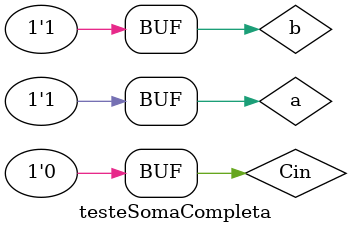
<source format=v>





module meiaSomacompacto(s0,s1,a,b);

	output s0,s1;
	input  a, b;
	
	and(s0, a, b);  
	xor(s1,  a, b);
	
	
endmodule // fim meiaSomacompacto

module SomaCompleta (Resultado, Cout, a, b, Cin);

	output Resultado, Cout;
	input  a, b, Cin;
	
	wire temp1, temp2, temp3;
	
	meiaSomacompacto SOMA1(temp1,temp2,a,b);
	meiaSomacompacto SOMA2(temp3,Resultado,temp2,Cin);
	
	or(Cout, temp1, temp3);
		

endmodule // fim SomaCompleta


module testeSomaCompleta;
	
	wire Resultado, Cout;
	reg  a, b, Cin;

	
	SomaCompleta SOMA (Resultado, Cout, a, b, Cin);
	
	initial begin
	
		$display("\n Guia 04 - 02 - Silvino Henrique Santos de Souza - 412773 ");
		$display("\n SOMADOR COMPLETO");
		$display("\n A + B = s0 s1 \n");

		a = 0; b = 0;  Cin = 0;
		$monitor(" %b + %b  = %b %b", a, b, Cout, Resultado);
	#1	a = 0; b = 1;
	
	#1	a = 1; b = 0;
	
	#1	a = 1; b = 1;
	
		
	end
	 
endmodule // fim testeSomaCompleta

	

</source>
